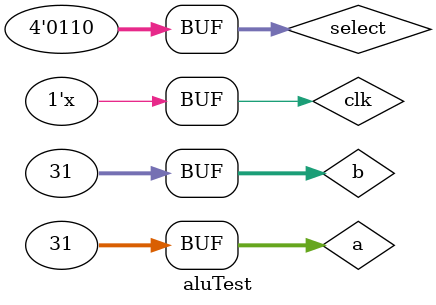
<source format=v>
`timescale 1ns / 1ps


module aluTest();

    reg[31:0] a, b;
    reg clk;
    reg [3:0] select;
    
    wire zero;
    wire[31:0] res;
    
    Alu alu (clk, a, b , select, zero, res);
    
    always @*
    clk=~clk;
    
    initial begin
    #10;
    a=31;
    b=31;
    select= 4'b0110;
    clk=0;

    end
    
    
endmodule

</source>
